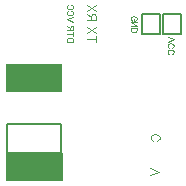
<source format=gbo>
G04 DipTrace Beta 2.3.5.2*
%INMicroOSD.GBO*%
%MOIN*%
%ADD20C,0.005*%
%ADD21C,0.008*%
%ADD69C,0.0031*%
%ADD70C,0.0046*%
%FSLAX44Y44*%
G04*
G70*
G90*
G75*
G01*
%LNBottom BottomSilk*%
%LPD*%
X4600Y5630D2*
D20*
X5200D1*
Y4950D1*
X4600D1*
Y5630D1*
X5310D2*
X5910D1*
Y4950D1*
X5310D1*
Y5630D1*
G36*
X80Y1010D2*
X1960D1*
Y70D1*
X80D1*
Y1010D1*
G37*
X120Y1970D2*
D21*
X1920D1*
Y1000D1*
X120D1*
Y1970D1*
G36*
X60Y3980D2*
X1940D1*
Y3040D1*
X60D1*
Y3980D1*
G37*
X4275Y5411D2*
D69*
X4256Y5421D1*
X4237Y5440D1*
X4227Y5459D1*
Y5497D1*
X4237Y5516D1*
X4256Y5535D1*
X4275Y5545D1*
X4304Y5555D1*
X4352D1*
X4380Y5545D1*
X4399Y5535D1*
X4418Y5516D1*
X4428Y5497D1*
Y5459D1*
X4418Y5440D1*
X4399Y5421D1*
X4380Y5411D1*
X4352D1*
Y5459D1*
X4227Y5215D2*
X4428D1*
X4227Y5349D1*
X4428D1*
X4227Y5154D2*
X4428D1*
Y5087D1*
X4418Y5058D1*
X4399Y5039D1*
X4380Y5029D1*
X4352Y5020D1*
X4304D1*
X4275Y5029D1*
X4256Y5039D1*
X4237Y5058D1*
X4227Y5087D1*
Y5154D1*
X5457Y4865D2*
X5658Y4788D1*
X5457Y4712D1*
X5505Y4506D2*
X5486Y4516D1*
X5467Y4535D1*
X5457Y4554D1*
Y4592D1*
X5467Y4612D1*
X5486Y4631D1*
X5505Y4640D1*
X5534Y4650D1*
X5582D1*
X5610Y4640D1*
X5629Y4631D1*
X5648Y4612D1*
X5658Y4592D1*
Y4554D1*
X5648Y4535D1*
X5629Y4516D1*
X5610Y4506D1*
X5505Y4301D2*
X5486Y4311D1*
X5467Y4330D1*
X5457Y4349D1*
Y4387D1*
X5467Y4406D1*
X5486Y4425D1*
X5505Y4435D1*
X5534Y4445D1*
X5582D1*
X5610Y4435D1*
X5629Y4425D1*
X5648Y4406D1*
X5658Y4387D1*
Y4349D1*
X5648Y4330D1*
X5629Y4311D1*
X5610Y4301D1*
X4882Y490D2*
D70*
X5183Y376D1*
X4882Y261D1*
X4963Y1406D2*
X4934Y1420D1*
X4906Y1449D1*
X4891Y1477D1*
Y1535D1*
X4906Y1563D1*
X4934Y1592D1*
X4963Y1607D1*
X5006Y1621D1*
X5078D1*
X5121Y1607D1*
X5150Y1592D1*
X5178Y1563D1*
X5193Y1535D1*
Y1477D1*
X5178Y1449D1*
X5150Y1420D1*
X5121Y1406D1*
X2918Y5432D2*
Y5561D1*
X2933Y5604D1*
X2947Y5619D1*
X2976Y5633D1*
X3005D1*
X3033Y5619D1*
X3048Y5604D1*
X3062Y5561D1*
Y5432D1*
X2761D1*
X2918Y5533D2*
X2761Y5633D1*
X3062Y5726D2*
X2761Y5927D1*
X3062D2*
X2761Y5726D1*
X3072Y4813D2*
X2771D1*
X3072Y4712D2*
Y4913D1*
Y5006D2*
X2771Y5207D1*
X3072D2*
X2771Y5006D1*
X2312Y4699D2*
D69*
X2111D1*
Y4766D1*
X2121Y4795D1*
X2140Y4814D1*
X2159Y4824D1*
X2188Y4833D1*
X2236D1*
X2264Y4824D1*
X2283Y4814D1*
X2303Y4795D1*
X2312Y4766D1*
Y4699D1*
Y4962D2*
X2111D1*
X2312Y4895D2*
Y5029D1*
X2216Y5091D2*
Y5177D1*
X2226Y5205D1*
X2236Y5215D1*
X2255Y5225D1*
X2274D1*
X2293Y5215D1*
X2303Y5205D1*
X2312Y5177D1*
Y5091D1*
X2111D1*
X2216Y5158D2*
X2111Y5225D1*
X2302Y5371D2*
X2101Y5448D1*
X2302Y5524D1*
X2254Y5729D2*
X2273Y5720D1*
X2293Y5701D1*
X2302Y5682D1*
Y5643D1*
X2293Y5624D1*
X2273Y5605D1*
X2254Y5595D1*
X2226Y5586D1*
X2178D1*
X2149Y5595D1*
X2130Y5605D1*
X2111Y5624D1*
X2101Y5643D1*
Y5682D1*
X2111Y5701D1*
X2130Y5720D1*
X2149Y5729D1*
X2254Y5935D2*
X2273Y5925D1*
X2293Y5906D1*
X2302Y5887D1*
Y5849D1*
X2293Y5829D1*
X2273Y5810D1*
X2254Y5801D1*
X2226Y5791D1*
X2178D1*
X2149Y5801D1*
X2130Y5810D1*
X2111Y5829D1*
X2101Y5849D1*
Y5887D1*
X2111Y5906D1*
X2130Y5925D1*
X2149Y5935D1*
M02*

</source>
